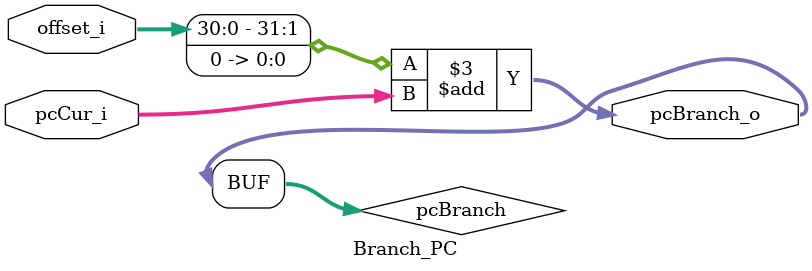
<source format=v>
module Branch_PC (
    offset_i,
    pcCur_i,
    pcBranch_o
);

// ports
input   [31:0]  offset_i;
input   [31:0]  pcCur_i;
output  [31:0]  pcBranch_o;

// reg
reg     [31:0]  pcBranch;

assign pcBranch_o = pcBranch;

always @(offset_i or pcCur_i) begin
    pcBranch = (offset_i << 1) + pcCur_i;
end

endmodule
</source>
